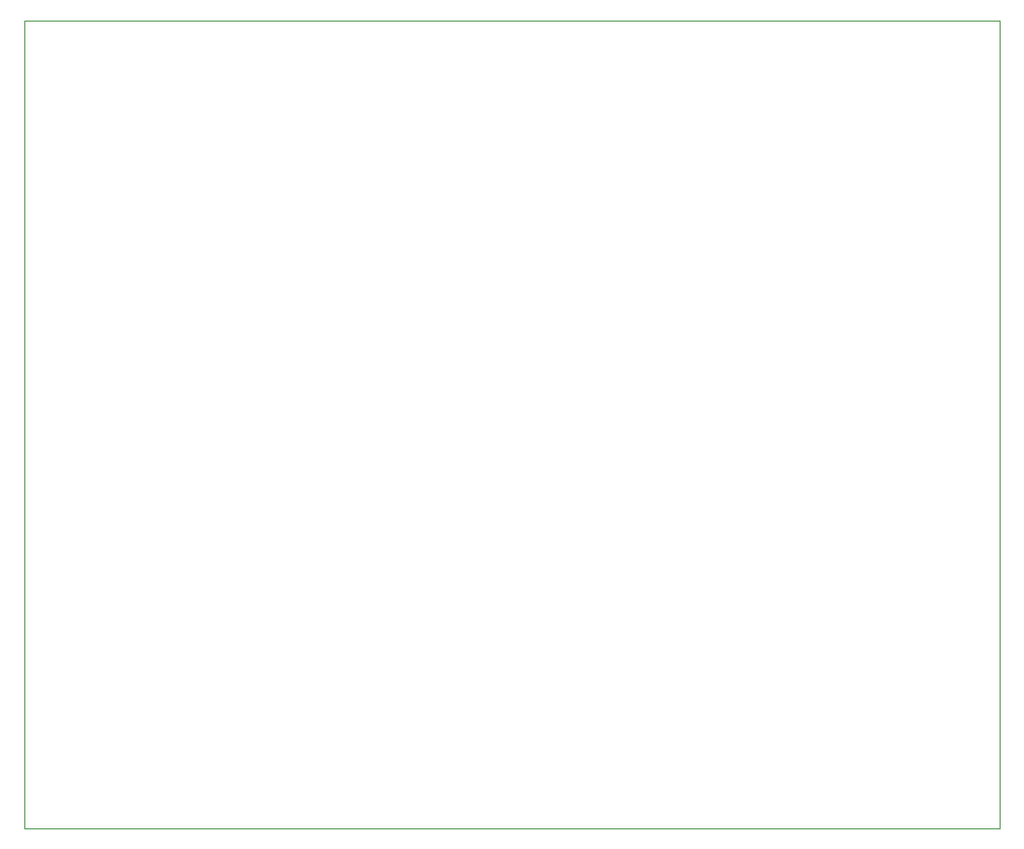
<source format=gbr>
%TF.GenerationSoftware,KiCad,Pcbnew,(6.0.4)*%
%TF.CreationDate,2022-09-20T18:54:46+09:00*%
%TF.ProjectId,mainboard_p_rev4,6d61696e-626f-4617-9264-5f705f726576,rev?*%
%TF.SameCoordinates,Original*%
%TF.FileFunction,Profile,NP*%
%FSLAX46Y46*%
G04 Gerber Fmt 4.6, Leading zero omitted, Abs format (unit mm)*
G04 Created by KiCad (PCBNEW (6.0.4)) date 2022-09-20 18:54:46*
%MOMM*%
%LPD*%
G01*
G04 APERTURE LIST*
%TA.AperFunction,Profile*%
%ADD10C,0.050000*%
%TD*%
G04 APERTURE END LIST*
D10*
X210000000Y-148000000D02*
X122000000Y-148000000D01*
X122000000Y-148000000D02*
X122000000Y-75000000D01*
X122000000Y-75000000D02*
X210000000Y-75000000D01*
X210000000Y-75000000D02*
X210000000Y-148000000D01*
M02*

</source>
